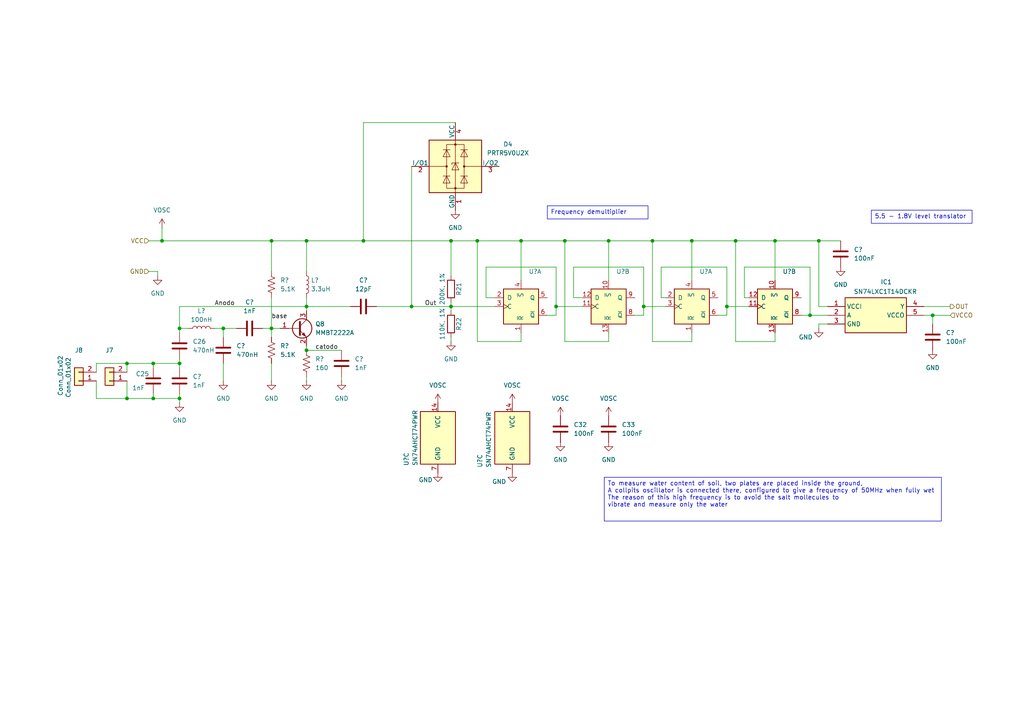
<source format=kicad_sch>
(kicad_sch (version 20250114) (generator "eeschema") (generator_version "9.0")
  (paper "A4")
  (title_block (title "Collpits oscillator") (date "2025-07-06") (rev "A"))
  (lib_symbols
    (symbol "74xx:74HC74" (pin_names (offset 1.016))
      (property "Reference" "U" (at -7.62 8.89 0))
      (property "Value" "74HC74" (at -7.62 -8.89 0))
      (symbol "74HC74_1_0"
        (pin input line (at -7.62 2.54 0) (length 2.54) (name "D") (number "2"))
        (pin input clock (at -7.62 0 0) (length 2.54) (name "C") (number "3"))
        (pin input line (at 0 7.62 270) (length 2.54) (name "~{S}") (number "4"))
        (pin input line (at 0 -7.62 90) (length 2.54) (name "~{R}") (number "1"))
        (pin output line (at 7.62 2.54 180) (length 2.54) (name "Q") (number "5"))
        (pin output line (at 7.62 -2.54 180) (length 2.54) (name "~{Q}") (number "6"))
      )
      (symbol "74HC74_1_1"
        (rectangle (start -5.08 5.08) (end 5.08 -5.08) (stroke (width 0.254)) (fill (type background)))
      )
      (symbol "74HC74_2_0"
        (pin input line (at -7.62 2.54 0) (length 2.54) (name "D") (number "12"))
        (pin input clock (at -7.62 0 0) (length 2.54) (name "C") (number "11"))
        (pin input line (at 0 7.62 270) (length 2.54) (name "~{S}") (number "10"))
        (pin input line (at 0 -7.62 90) (length 2.54) (name "~{R}") (number "13"))
        (pin output line (at 7.62 2.54 180) (length 2.54) (name "Q") (number "9"))
        (pin output line (at 7.62 -2.54 180) (length 2.54) (name "~{Q}") (number "8"))
      )
      (symbol "74HC74_2_1"
        (rectangle (start -5.08 5.08) (end 5.08 -5.08) (stroke (width 0.254)) (fill (type background)))
      )
      (symbol "74HC74_3_0"
        (pin power_in line (at 0 10.16 270) (length 2.54) (name "VCC") (number "14"))
        (pin power_in line (at 0 -10.16 90) (length 2.54) (name "GND") (number "7"))
      )
      (symbol "74HC74_3_1"
        (rectangle (start -5.08 7.62) (end 5.08 -7.62) (stroke (width 0.254)) (fill (type background)))
      )
    )
    (symbol "Connector_Generic:Conn_01x02" (pin_names (offset 1.016) (hide yes))
      (property "Reference" "J" (at 0 2.54 0))
      (property "Value" "Conn_01x02" (at 0 -5.08 0))
      (symbol "Conn_01x02_1_1"
        (rectangle (start -1.27 1.27) (end 1.27 -3.81) (stroke (width 0.254)) (fill (type background)))
        (rectangle (start -1.27 0.127) (end 0 -0.127) (stroke (width 0.1524)))
        (rectangle (start -1.27 -2.413) (end 0 -2.667) (stroke (width 0.1524)))
        (pin passive line (at -5.08 0 0) (length 3.81) (name "Pin_1") (number "1"))
        (pin passive line (at -5.08 -2.54 0) (length 3.81) (name "Pin_2") (number "2"))
      )
    )
    (symbol "Device:C" (pin_numbers (hide yes)) (pin_names (offset 0.254))
      (property "Reference" "C" (at 0.635 2.54 0))
      (property "Value" "C" (at 0.635 -2.54 0))
      (symbol "C_0_1"
        (polyline (pts (xy -2.032 0.762) (xy 2.032 0.762)) (stroke (width 0.508)))
        (polyline (pts (xy -2.032 -0.762) (xy 2.032 -0.762)) (stroke (width 0.508)))
      )
      (symbol "C_1_1"
        (pin passive line (at 0 3.81 270) (length 2.794) (name "~") (number "1"))
        (pin passive line (at 0 -3.81 90) (length 2.794) (name "~") (number "2"))
      )
    )
    (symbol "Device:L" (pin_numbers (hide yes)) (pin_names (offset 1.016) (hide yes))
      (property "Reference" "L" (at -1.27 0 90))
      (property "Value" "L" (at 1.905 0 90))
      (symbol "L_0_1"
        (arc (start 0 2.54) (mid 0.6323 1.905) (end 0 1.27))
        (arc (start 0 1.27) (mid 0.6323 0.635) (end 0 0))
        (arc (start 0 0) (mid 0.6323 -0.635) (end 0 -1.27))
        (arc (start 0 -1.27) (mid 0.6323 -1.905) (end 0 -2.54))
      )
      (symbol "L_1_1"
        (pin passive line (at 0 3.81 270) (length 1.27) (name "1") (number "1"))
        (pin passive line (at 0 -3.81 90) (length 1.27) (name "2") (number "2"))
      )
    )
    (symbol "Device:R" (pin_numbers (hide yes)) (pin_names (offset 0))
      (property "Reference" "R" (at 2.032 0 90))
      (property "Value" "R" (at 0 0 90))
      (symbol "R_0_1"
        (rectangle (start -1.016 -2.54) (end 1.016 2.54) (stroke (width 0.254)))
      )
      (symbol "R_1_1"
        (pin passive line (at 0 3.81 270) (length 1.27) (name "~") (number "1"))
        (pin passive line (at 0 -3.81 90) (length 1.27) (name "~") (number "2"))
      )
    )
    (symbol "Device:R_US" (pin_numbers (hide yes)) (pin_names (offset 0))
      (property "Reference" "R" (at 2.54 0 90))
      (property "Value" "R_US" (at -2.54 0 90))
      (symbol "R_US_0_1"
        (polyline (pts (xy 0 2.286) (xy 0 2.54)))
        (polyline (pts (xy 0 2.286) (xy 1.016 1.905) (xy 0 1.524) (xy -1.016 1.143) (xy 0 0.762)))
        (polyline (pts (xy 0 0.762) (xy 1.016 0.381) (xy 0 0) (xy -1.016 -0.381) (xy 0 -0.762)))
        (polyline (pts (xy 0 -0.762) (xy 1.016 -1.143) (xy 0 -1.524) (xy -1.016 -1.905) (xy 0 -2.286)))
        (polyline (pts (xy 0 -2.286) (xy 0 -2.54)))
      )
      (symbol "R_US_1_1"
        (pin passive line (at 0 3.81 270) (length 1.27) (name "~") (number "1"))
        (pin passive line (at 0 -3.81 90) (length 1.27) (name "~") (number "2"))
      )
    )
    (symbol "Power_Protection:PRTR5V0U2X" (pin_names (offset 0))
      (property "Reference" "D" (at 2.794 8.636 0))
      (property "Value" "PRTR5V0U2X" (at 8.128 -9.398 0))
      (symbol "PRTR5V0U2X_0_1"
        (rectangle (start -7.62 -7.62) (end 7.62 7.62) (stroke (width 0.254)) (fill (type background)))
        (polyline (pts (xy -3.556 2.794) (xy -1.524 2.794) (xy -2.54 4.826) (xy -3.556 2.794)))
        (polyline (pts (xy -3.556 -4.826) (xy -1.524 -4.826) (xy -2.54 -2.794) (xy -3.556 -4.826)))
        (rectangle (start -2.54 6.35) (end 2.54 -6.35))
        (circle (center -2.54 0) (radius 0.254) (fill (type outline)))
        (polyline (pts (xy -2.54 0) (xy -7.62 0)))
        (polyline (pts (xy -1.524 4.826) (xy -3.556 4.826)))
        (polyline (pts (xy -1.524 -2.794) (xy -3.556 -2.794)))
        (polyline (pts (xy -1.016 -1.016) (xy 1.016 -1.016) (xy 0 1.016) (xy -1.016 -1.016)))
        (circle (center 0 6.35) (radius 0.254) (fill (type outline)))
        (circle (center 0 -6.35) (radius 0.254) (fill (type outline)))
        (polyline (pts (xy 0 -7.62) (xy 0 7.62)))
        (polyline (pts (xy 1.016 1.016) (xy -1.016 1.016) (xy -1.016 0.508)))
        (polyline (pts (xy 1.524 4.826) (xy 3.556 4.826)))
        (polyline (pts (xy 1.524 -2.794) (xy 3.556 -2.794)))
        (polyline (pts (xy 2.54 0) (xy 7.62 0)))
        (circle (center 2.54 0) (radius 0.254) (fill (type outline)))
        (polyline (pts (xy 3.556 2.794) (xy 1.524 2.794) (xy 2.54 4.826) (xy 3.556 2.794)))
        (polyline (pts (xy 3.556 -4.826) (xy 1.524 -4.826) (xy 2.54 -2.794) (xy 3.556 -4.826)))
      )
      (symbol "PRTR5V0U2X_1_1"
        (pin passive line (at -12.7 0 0) (length 5.08) (name "I/O1") (number "2"))
        (pin passive line (at 0 12.7 270) (length 5.08) (name "VCC") (number "4"))
        (pin passive line (at 0 -12.7 90) (length 5.08) (name "GND") (number "1"))
        (pin passive line (at 12.7 0 180) (length 5.08) (name "I/O2") (number "3"))
      )
    )
    (symbol "Transistor_BJT:MMBT2222A" (pin_names (offset 0) (hide yes))
      (property "Reference" "Q" (at 5.08 1.905 0))
      (property "Value" "MMBT2222A" (at 5.08 0 0))
      (symbol "MMBT2222A_0_1"
        (polyline (pts (xy -2.54 0) (xy 0.635 0)))
        (polyline (pts (xy 0.635 1.905) (xy 0.635 -1.905)) (stroke (width 0.508)))
        (circle (center 1.27 0) (radius 2.8194) (stroke (width 0.254)))
      )
      (symbol "MMBT2222A_1_1"
        (polyline (pts (xy 0.635 0.635) (xy 2.54 2.54)))
        (polyline (pts (xy 0.635 -0.635) (xy 2.54 -2.54)))
        (polyline (pts (xy 1.27 -1.778) (xy 1.778 -1.27) (xy 2.286 -2.286) (xy 1.27 -1.778)) (fill (type outline)))
        (pin input line (at -5.08 0 0) (length 2.54) (name "B") (number "1"))
        (pin passive line (at 2.54 5.08 270) (length 2.54) (name "C") (number "3"))
        (pin passive line (at 2.54 -5.08 90) (length 2.54) (name "E") (number "2"))
      )
    )
    (symbol "level_translator:SN74LXC1T14DCKR"
      (property "Reference" "IC" (at 24.13 7.62 0))
      (property "Value" "SN74LXC1T14DCKR" (at 24.13 5.08 0))
      (symbol "SN74LXC1T14DCKR_1_1"
        (rectangle (start 5.08 2.54) (end 22.86 -7.62) (stroke (width 0.254)) (fill (type background)))
        (pin passive line (at 0 0 0) (length 5.08) (name "VCCI") (number "1"))
        (pin passive line (at 0 -2.54 0) (length 5.08) (name "A") (number "2"))
        (pin passive line (at 0 -5.08 0) (length 5.08) (name "GND") (number "3"))
        (pin passive line (at 27.94 0 180) (length 5.08) (name "Y") (number "4"))
        (pin passive line (at 27.94 -2.54 180) (length 5.08) (name "VCCO") (number "5"))
      )
    )
    (symbol "power:+BATT" (power) (pin_numbers (hide yes)) (pin_names (offset 0) (hide yes))
      (property "Value" "+BATT" (at 0 3.556 0))
      (symbol "+BATT_0_1"
        (polyline (pts (xy -0.762 1.27) (xy 0 2.54)))
        (polyline (pts (xy 0 2.54) (xy 0.762 1.27)))
        (polyline (pts (xy 0 0) (xy 0 2.54)))
      )
      (symbol "+BATT_1_1"
        (pin power_in line (at 0 0 90) (length 0) (name "~") (number "1"))
      )
    )
    (symbol "power:GND" (power) (pin_numbers (hide yes)) (pin_names (offset 0) (hide yes))
      (property "Value" "GND" (at 0 -3.81 0))
      (symbol "GND_0_1"
        (polyline (pts (xy 0 0) (xy 0 -1.27) (xy 1.27 -1.27) (xy 0 -2.54) (xy -1.27 -1.27) (xy 0 -1.27)))
      )
      (symbol "GND_1_1"
        (pin power_in line (at 0 0 270) (length 0) (name "~") (number "1"))
      )
    )
  )
  (text_box "5.5 - 1.8V level translator" (at 252.73 60.96 0) (size 29.21 3.81) (margins 0.9525 0.9525 0.9525 0.9525) (effects (font (size 1.27 1.27)) (justify left top)))
  (text_box "Frequency demultiplier" (at 158.75 59.69 0) (size 29.21 3.81) (margins 0.9525 0.9525 0.9525 0.9525) (effects (font (size 1.27 1.27)) (justify left top)))
  (text_box "To measure water content of soil, two plates are placed inside the ground,\nA collpits oscillator is connected there, configured to give a frequency of 50MHz when fully wet\nThe reason of this high frequency is to avoid the salt mollecules to\nvibrate and measure only the water" (at 175.26 138.43 0) (size 97.79 12.7) (margins 0.9525 0.9525 0.9525 0.9525) (effects (font (size 1.27 1.27)) (justify left top)))
  (junction (at 88.9 69.85))
  (junction (at 130.81 69.85))
  (junction (at 52.07 115.57))
  (junction (at 200.66 69.85))
  (junction (at 64.77 95.25))
  (junction (at 234.95 91.44))
  (junction (at 176.53 69.85))
  (junction (at 138.43 69.85))
  (junction (at 213.36 69.85))
  (junction (at 52.07 95.25))
  (junction (at 78.74 69.85))
  (junction (at 44.45 105.41))
  (junction (at 161.29 88.9))
  (junction (at 186.69 88.9))
  (junction (at 163.83 69.85))
  (junction (at 130.81 88.9))
  (junction (at 88.9 88.9))
  (junction (at 270.51 91.44))
  (junction (at 78.74 95.25))
  (junction (at 88.9 101.6))
  (junction (at 44.45 115.57))
  (junction (at 36.83 115.57))
  (junction (at 224.79 69.85))
  (junction (at 237.49 69.85))
  (junction (at 52.07 105.41))
  (junction (at 210.82 88.9))
  (junction (at 119.38 88.9))
  (junction (at 105.41 69.85))
  (junction (at 151.13 69.85))
  (junction (at 36.83 105.41))
  (junction (at 46.99 69.85))
  (junction (at 189.23 69.85))
  (wire (pts (xy 267.97 91.44) (xy 270.51 91.44)))
  (wire (pts (xy 138.43 69.85) (xy 130.81 69.85)))
  (wire (pts (xy 215.9 77.47) (xy 234.95 77.47)))
  (wire (pts (xy 166.37 77.47) (xy 166.37 86.36)))
  (wire (pts (xy 270.51 91.44) (xy 275.59 91.44)))
  (wire (pts (xy 119.38 48.26) (xy 119.38 88.9)))
  (wire (pts (xy 132.08 35.56) (xy 105.41 35.56)))
  (wire (pts (xy 52.07 105.41) (xy 52.07 106.68)))
  (wire (pts (xy 27.94 110.49) (xy 27.94 115.57)))
  (wire (pts (xy 161.29 77.47) (xy 140.97 77.47)))
  (wire (pts (xy 64.77 97.79) (xy 64.77 95.25)))
  (wire (pts (xy 151.13 69.85) (xy 138.43 69.85)))
  (wire (pts (xy 130.81 69.85) (xy 130.81 80.01)))
  (wire (pts (xy 243.84 69.85) (xy 237.49 69.85)))
  (wire (pts (xy 176.53 69.85) (xy 163.83 69.85)))
  (wire (pts (xy 130.81 88.9) (xy 143.51 88.9)))
  (wire (pts (xy 46.99 66.04) (xy 46.99 69.85)))
  (wire (pts (xy 105.41 69.85) (xy 88.9 69.85)))
  (wire (pts (xy 151.13 81.28) (xy 151.13 69.85)))
  (wire (pts (xy 237.49 93.98) (xy 237.49 95.25)))
  (wire (pts (xy 130.81 87.63) (xy 130.81 88.9)))
  (wire (pts (xy 109.22 88.9) (xy 119.38 88.9)))
  (wire (pts (xy 99.06 109.22) (xy 99.06 110.49)))
  (wire (pts (xy 200.66 69.85) (xy 213.36 69.85)))
  (wire (pts (xy 151.13 99.06) (xy 138.43 99.06)))
  (wire (pts (xy 76.2 95.25) (xy 78.74 95.25)))
  (wire (pts (xy 36.83 105.41) (xy 36.83 107.95)))
  (wire (pts (xy 210.82 88.9) (xy 210.82 77.47)))
  (wire (pts (xy 151.13 96.52) (xy 151.13 99.06)))
  (wire (pts (xy 210.82 77.47) (xy 191.77 77.47)))
  (wire (pts (xy 240.03 93.98) (xy 237.49 93.98)))
  (wire (pts (xy 27.94 115.57) (xy 36.83 115.57)))
  (wire (pts (xy 161.29 88.9) (xy 161.29 77.47)))
  (wire (pts (xy 36.83 110.49) (xy 36.83 115.57)))
  (wire (pts (xy 45.72 78.74) (xy 45.72 80.01)))
  (wire (pts (xy 52.07 115.57) (xy 52.07 116.84)))
  (wire (pts (xy 267.97 88.9) (xy 275.59 88.9)))
  (wire (pts (xy 105.41 35.56) (xy 105.41 69.85)))
  (wire (pts (xy 78.74 95.25) (xy 78.74 97.79)))
  (wire (pts (xy 200.66 81.28) (xy 200.66 69.85)))
  (wire (pts (xy 46.99 69.85) (xy 78.74 69.85)))
  (wire (pts (xy 237.49 69.85) (xy 237.49 88.9)))
  (wire (pts (xy 52.07 115.57) (xy 44.45 115.57)))
  (wire (pts (xy 176.53 96.52) (xy 176.53 99.06)))
  (wire (pts (xy 234.95 77.47) (xy 234.95 91.44)))
  (wire (pts (xy 43.18 78.74) (xy 45.72 78.74)))
  (wire (pts (xy 78.74 105.41) (xy 78.74 110.49)))
  (wire (pts (xy 224.79 69.85) (xy 237.49 69.85)))
  (wire (pts (xy 44.45 105.41) (xy 44.45 106.68)))
  (wire (pts (xy 52.07 105.41) (xy 44.45 105.41)))
  (wire (pts (xy 186.69 91.44) (xy 186.69 88.9)))
  (wire (pts (xy 184.15 91.44) (xy 186.69 91.44)))
  (wire (pts (xy 62.23 95.25) (xy 64.77 95.25)))
  (wire (pts (xy 161.29 88.9) (xy 168.91 88.9)))
  (wire (pts (xy 52.07 95.25) (xy 52.07 96.52)))
  (wire (pts (xy 78.74 69.85) (xy 78.74 78.74)))
  (wire (pts (xy 78.74 86.36) (xy 78.74 95.25)))
  (wire (pts (xy 161.29 91.44) (xy 161.29 88.9)))
  (wire (pts (xy 138.43 99.06) (xy 138.43 69.85)))
  (wire (pts (xy 189.23 99.06) (xy 189.23 69.85)))
  (wire (pts (xy 191.77 86.36) (xy 193.04 86.36)))
  (wire (pts (xy 200.66 96.52) (xy 200.66 99.06)))
  (wire (pts (xy 52.07 104.14) (xy 52.07 105.41)))
  (wire (pts (xy 44.45 115.57) (xy 44.45 114.3)))
  (wire (pts (xy 176.53 81.28) (xy 176.53 69.85)))
  (wire (pts (xy 217.17 86.36) (xy 215.9 86.36)))
  (wire (pts (xy 186.69 77.47) (xy 166.37 77.47)))
  (wire (pts (xy 224.79 99.06) (xy 213.36 99.06)))
  (wire (pts (xy 88.9 88.9) (xy 88.9 86.36)))
  (wire (pts (xy 166.37 86.36) (xy 168.91 86.36)))
  (wire (pts (xy 99.06 101.6) (xy 88.9 101.6)))
  (wire (pts (xy 119.38 88.9) (xy 130.81 88.9)))
  (wire (pts (xy 52.07 95.25) (xy 54.61 95.25)))
  (wire (pts (xy 78.74 95.25) (xy 81.28 95.25)))
  (wire (pts (xy 101.6 88.9) (xy 88.9 88.9)))
  (wire (pts (xy 44.45 105.41) (xy 36.83 105.41)))
  (wire (pts (xy 186.69 88.9) (xy 193.04 88.9)))
  (wire (pts (xy 140.97 77.47) (xy 140.97 86.36)))
  (wire (pts (xy 208.28 91.44) (xy 210.82 91.44)))
  (wire (pts (xy 213.36 99.06) (xy 213.36 69.85)))
  (wire (pts (xy 163.83 99.06) (xy 163.83 69.85)))
  (wire (pts (xy 88.9 109.22) (xy 88.9 110.49)))
  (wire (pts (xy 88.9 100.33) (xy 88.9 101.6)))
  (wire (pts (xy 130.81 69.85) (xy 105.41 69.85)))
  (wire (pts (xy 270.51 91.44) (xy 270.51 93.98)))
  (wire (pts (xy 237.49 88.9) (xy 240.03 88.9)))
  (wire (pts (xy 224.79 81.28) (xy 224.79 69.85)))
  (wire (pts (xy 52.07 88.9) (xy 52.07 95.25)))
  (wire (pts (xy 130.81 97.79) (xy 130.81 99.06)))
  (wire (pts (xy 224.79 96.52) (xy 224.79 99.06)))
  (wire (pts (xy 191.77 77.47) (xy 191.77 86.36)))
  (wire (pts (xy 234.95 91.44) (xy 232.41 91.44)))
  (wire (pts (xy 186.69 88.9) (xy 186.69 77.47)))
  (wire (pts (xy 64.77 105.41) (xy 64.77 110.49)))
  (wire (pts (xy 215.9 86.36) (xy 215.9 77.47)))
  (wire (pts (xy 213.36 69.85) (xy 224.79 69.85)))
  (wire (pts (xy 200.66 99.06) (xy 189.23 99.06)))
  (wire (pts (xy 140.97 86.36) (xy 143.51 86.36)))
  (wire (pts (xy 52.07 114.3) (xy 52.07 115.57)))
  (wire (pts (xy 189.23 69.85) (xy 176.53 69.85)))
  (wire (pts (xy 234.95 91.44) (xy 240.03 91.44)))
  (wire (pts (xy 27.94 105.41) (xy 27.94 107.95)))
  (wire (pts (xy 52.07 88.9) (xy 88.9 88.9)))
  (wire (pts (xy 163.83 69.85) (xy 151.13 69.85)))
  (wire (pts (xy 78.74 69.85) (xy 88.9 69.85)))
  (wire (pts (xy 36.83 105.41) (xy 27.94 105.41)))
  (wire (pts (xy 158.75 91.44) (xy 161.29 91.44)))
  (wire (pts (xy 43.18 69.85) (xy 46.99 69.85)))
  (wire (pts (xy 130.81 88.9) (xy 130.81 90.17)))
  (wire (pts (xy 64.77 95.25) (xy 68.58 95.25)))
  (wire (pts (xy 88.9 69.85) (xy 88.9 78.74)))
  (wire (pts (xy 210.82 88.9) (xy 217.17 88.9)))
  (wire (pts (xy 88.9 88.9) (xy 88.9 90.17)))
  (wire (pts (xy 176.53 99.06) (xy 163.83 99.06)))
  (wire (pts (xy 36.83 115.57) (xy 44.45 115.57)))
  (wire (pts (xy 189.23 69.85) (xy 200.66 69.85)))
  (wire (pts (xy 210.82 91.44) (xy 210.82 88.9)))
  (label "catodo" (at 91.44 101.6 0))
  (label "base" (at 78.74 92.71 0))
  (label "Out" (at 123.19 88.9 0))
  (label "Anodo" (at 62.23 88.9 0))
  (hierarchical_label "GND" (shape input) (at 43.18 78.74 180))
  (hierarchical_label "VCCO" (shape input) (at 275.59 91.44 0))
  (hierarchical_label "OUT" (shape output) (at 275.59 88.9 0))
  (hierarchical_label "VCC" (shape input) (at 43.18 69.85 180))
  (symbol (lib_id "power:GND") (at 270.51 101.6 0) (unit 1)
    (property "Reference" "#PWR?" (effects (hide yes)))
    (property "Value" "GND" (at 270.51 106.68 0))
    (property "Description" "Power symbol creates a global label with name \"GND\" , ground" (effects (hide yes)))
  )
  (symbol (lib_id "level_translator:SN74LXC1T14DCKR") (at 240.03 88.9 0) (unit 1)
    (property "Reference" "IC1" (at 257.048 81.788 0))
    (property "Value" "SN74LXC1T14DCKR" (at 256.794 84.582 0))
    (property "Footprint" "Package_TO_SOT_SMD:SOT-353_SC-70-5" (effects (hide yes)))
    (property "Datasheet" "https://www.ti.com/lit/gpn/sn74lxc1t14" (effects (hide yes)))
    (property "Description" "Voltage Level Translator Unidirectional 1 Circuit 1 Channel 420Mbps SC-70-5" (effects (hide yes)))
    (property "Height" "1.1" (effects (hide yes)))
    (property "Manufacturer_Name" "Texas Instruments" (effects (hide yes)))
    (property "Manufacturer_Part_Number" "SN74LXC1T14DCKR" (effects (hide yes)))
    (property "Mouser Part Number" "595-SN74LXC1T14DCKR" (effects (hide yes)))
    (property "Mouser Price/Stock" "https://www.mouser.co.uk/ProductDetail/Texas-Instruments/SN74LXC1T14DCKR?qs=tlsG%2FOw5FFhO0IEgLqYGiw%3D%3D" (effects (hide yes)))
    (property "Arrow Part Number" "SN74LXC1T14DCKR" (effects (hide yes)))
    (property "Arrow Price/Stock" "https://www.arrow.com/en/products/sn74lxc1t14dckr/texas-instruments?utm_currency=USD&region=nac" (effects (hide yes)))
  )
  (symbol (lib_id "74xx:74HC74") (at 127 127 0) (unit 3)
    (property "Reference" "U?" (at 117.856 135.128 90) (effects (justify left)))
    (property "Value" "SN74AHCT74PWR" (at 120.396 135.128 90) (effects (justify left)))
    (property "Footprint" "Package_SO:TSSOP-14_4.4x5mm_P0.65mm" (effects (hide yes)))
    (property "Datasheet" "https://www.ti.com/general/docs/suppproductinfo.tsp?distId=10&gotoUrl=https%3A%2F%2Fwww.ti.com%2Flit%2Fgpn%2Fsn74ahct74" (effects (hide yes)))
    (property "Description" "Dual D Flip-flop, Set & Reset" (effects (hide yes)))
  )
  (symbol (lib_id "power:GND") (at 176.53 128.27 0) (unit 1)
    (property "Reference" "#PWR091" (effects (hide yes)))
    (property "Value" "GND" (at 176.53 133.35 0))
    (property "Description" "Power symbol creates a global label with name \"GND\" , ground" (effects (hide yes)))
  )
  (symbol (lib_id "power:GND") (at 132.08 60.96 0) (unit 1)
    (property "Reference" "#PWR085" (effects (hide yes)))
    (property "Value" "GND" (at 132.08 66.04 0))
    (property "Description" "Power symbol creates a global label with name \"GND\" , ground" (effects (hide yes)))
  )
  (symbol (lib_id "74xx:74HC74") (at 224.79 88.9 0) (unit 2)
    (property "Reference" "U?" (at 226.9841 78.74 0) (effects (justify left)))
    (property "Value" "SN74AHCT74PWR" (effects (hide yes)))
    (property "Footprint" "Package_SO:TSSOP-14_4.4x5mm_P0.65mm" (effects (hide yes)))
    (property "Datasheet" "https://www.ti.com/general/docs/suppproductinfo.tsp?distId=10&gotoUrl=https%3A%2F%2Fwww.ti.com%2Flit%2Fgpn%2Fsn74ahct74" (effects (hide yes)))
    (property "Description" "Dual D Flip-flop, Set & Reset" (effects (hide yes)))
  )
  (symbol (lib_id "Device:C") (at 243.84 73.66 0) (unit 1)
    (property "Reference" "C?" (at 247.65 72.3899 0) (effects (justify left)))
    (property "Value" "100nF" (at 247.65 74.9299 0) (effects (justify left)))
    (property "Footprint" "Capacitor_SMD:C_0603_1608Metric" (effects (hide yes)))
    (property "Description" "Unpolarized capacitor" (effects (hide yes)))
  )
  (symbol (lib_id "power:GND") (at 78.74 110.49 0) (unit 1)
    (property "Reference" "#PWR?" (effects (hide yes)))
    (property "Value" "GND" (at 78.74 115.57 0))
    (property "Description" "Power symbol creates a global label with name \"GND\" , ground" (effects (hide yes)))
  )
  (symbol (lib_id "Device:C") (at 99.06 105.41 0) (unit 1)
    (property "Reference" "C?" (at 102.87 104.1399 0) (effects (justify left)))
    (property "Value" "1nF" (at 102.87 106.6799 0) (effects (justify left)))
    (property "Footprint" "Capacitor_SMD:C_0603_1608Metric" (effects (hide yes)))
    (property "Description" "Unpolarized capacitor" (effects (hide yes)))
    (property "Sim.Device" "C" (effects (hide yes)))
    (property "Sim.Pins" "1=+ 2=-" (effects (hide yes)))
  )
  (symbol (lib_id "Transistor_BJT:MMBT2222A") (at 86.36 95.25 0) (unit 1)
    (property "Reference" "Q8" (at 91.44 93.9799 0) (effects (justify left)))
    (property "Value" "MMBT2222A" (at 91.44 96.5199 0) (effects (justify left)))
    (property "Footprint" "Package_TO_SOT_SMD:SOT-23-3" (effects (hide yes)))
    (property "Datasheet" "https://assets.nexperia.com/documents/data-sheet/MMBT2222A.pdf" (effects (hide yes)))
    (property "Description" "600mA Ic, 40V Vce, NPN Transistor, SOT-23" (effects (hide yes)))
  )
  (symbol (lib_id "Device:C") (at 52.07 110.49 0) (unit 1)
    (property "Reference" "C?" (at 55.88 109.2199 0) (effects (justify left)))
    (property "Value" "1nF" (at 55.88 111.7599 0) (effects (justify left)))
    (property "Footprint" "Capacitor_SMD:C_0603_1608Metric" (effects (hide yes)))
    (property "Description" "Unpolarized capacitor" (effects (hide yes)))
    (property "Sim.Device" "C" (effects (hide yes)))
    (property "Sim.Pins" "1=+ 2=-" (effects (hide yes)))
  )
  (symbol (lib_id "Device:C") (at 44.45 110.49 0) (unit 1)
    (property "Reference" "C25" (at 39.37 108.458 0) (effects (justify left)))
    (property "Value" "1nF" (at 38.354 112.522 0) (effects (justify left)))
    (property "Footprint" "Footprint_lib:Moisture_cap" (effects (hide yes)))
    (property "Description" "Unpolarized capacitor" (effects (hide yes)))
    (property "Sim.Device" "C" (effects (hide yes)))
    (property "Sim.Pins" "1=+ 2=-" (effects (hide yes)))
  )
  (symbol (lib_id "Device:L") (at 58.42 95.25 90) (unit 1)
    (property "Reference" "L?" (at 58.42 90.17 90))
    (property "Value" "100nH" (at 58.42 92.71 90))
    (property "Footprint" "Inductor_SMD:L_0603_1608Metric" (effects (hide yes)))
    (property "Description" "Inductor" (effects (hide yes)))
  )
  (symbol (lib_id "Device:C") (at 72.39 95.25 90) (unit 1)
    (property "Reference" "C?" (at 72.39 87.63 90))
    (property "Value" "1nF" (at 72.39 90.17 90))
    (property "Footprint" "Capacitor_SMD:C_0603_1608Metric" (effects (hide yes)))
    (property "Description" "Unpolarized capacitor" (effects (hide yes)))
    (property "Sim.Device" "C" (effects (hide yes)))
    (property "Sim.Pins" "1=+ 2=-" (effects (hide yes)))
  )
  (symbol (lib_id "power:GND") (at 88.9 110.49 0) (unit 1)
    (property "Reference" "#PWR?" (effects (hide yes)))
    (property "Value" "GND" (at 88.9 115.57 0))
    (property "Description" "Power symbol creates a global label with name \"GND\" , ground" (effects (hide yes)))
  )
  (symbol (lib_id "74xx:74HC74") (at 151.13 88.9 0) (unit 1)
    (property "Reference" "U?" (at 153.3241 78.74 0) (effects (justify left)))
    (property "Value" "SN74AHCT74PWR" (effects (hide yes)))
    (property "Footprint" "Package_SO:TSSOP-14_4.4x5mm_P0.65mm" (effects (hide yes)))
    (property "Datasheet" "https://www.ti.com/general/docs/suppproductinfo.tsp?distId=10&gotoUrl=https%3A%2F%2Fwww.ti.com%2Flit%2Fgpn%2Fsn74ahct74" (effects (hide yes)))
    (property "Description" "Dual D Flip-flop, Set & Reset" (effects (hide yes)))
  )
  (symbol (lib_id "power:+BATT") (at 162.56 120.65 0) (mirror y) (unit 1)
    (property "Reference" "#PWR088" (effects (hide yes)))
    (property "Value" "VOSC" (at 162.56 115.57 0))
    (property "Description" "Power symbol creates a global label with name \"+BATT\"" (effects (hide yes)))
  )
  (symbol (lib_id "Device:R_US") (at 88.9 105.41 180) (unit 1)
    (property "Reference" "R?" (at 91.44 104.1399 0) (effects (justify right)))
    (property "Value" "160" (at 91.44 106.6799 0) (effects (justify right)))
    (property "Footprint" "Resistor_SMD:R_0603_1608Metric" (effects (hide yes)))
    (property "Description" "Resistor, US symbol" (effects (hide yes)))
  )
  (symbol (lib_id "power:GND") (at 52.07 116.84 0) (unit 1)
    (property "Reference" "#PWR?" (effects (hide yes)))
    (property "Value" "GND" (at 52.07 121.92 0))
    (property "Description" "Power symbol creates a global label with name \"GND\" , ground" (effects (hide yes)))
  )
  (symbol (lib_id "Device:C") (at 105.41 88.9 90) (unit 1)
    (property "Reference" "C?" (at 105.41 81.28 90))
    (property "Value" "12pF" (at 105.41 83.82 90))
    (property "Footprint" "Capacitor_SMD:C_0603_1608Metric" (effects (hide yes)))
    (property "Description" "Unpolarized capacitor" (effects (hide yes)))
    (property "Sim.Device" "C" (effects (hide yes)))
    (property "Sim.Pins" "1=+ 2=-" (effects (hide yes)))
  )
  (symbol (lib_id "Device:C") (at 270.51 97.79 0) (unit 1)
    (property "Reference" "C?" (at 274.32 96.5199 0) (effects (justify left)))
    (property "Value" "100nF" (at 274.32 99.0599 0) (effects (justify left)))
    (property "Footprint" "Capacitor_SMD:C_0603_1608Metric" (effects (hide yes)))
    (property "Description" "Unpolarized capacitor" (effects (hide yes)))
  )
  (symbol (lib_id "power:GND") (at 237.49 95.25 0) (unit 1)
    (property "Reference" "#PWR?" (effects (hide yes)))
    (property "Value" "GND" (at 233.68 97.79 0))
    (property "Description" "Power symbol creates a global label with name \"GND\" , ground" (effects (hide yes)))
  )
  (symbol (lib_id "power:+BATT") (at 127 116.84 0) (mirror y) (unit 1)
    (property "Reference" "#PWR?" (effects (hide yes)))
    (property "Value" "VOSC" (at 127 111.76 0))
    (property "Description" "Power symbol creates a global label with name \"+BATT\"" (effects (hide yes)))
  )
  (symbol (lib_id "power:+BATT") (at 46.99 66.04 0) (mirror y) (unit 1)
    (property "Reference" "#PWR?" (effects (hide yes)))
    (property "Value" "VOSC" (at 46.99 60.96 0))
    (property "Description" "Power symbol creates a global label with name \"+BATT\"" (effects (hide yes)))
  )
  (symbol (lib_id "Device:R_US") (at 78.74 82.55 180) (unit 1)
    (property "Reference" "R?" (at 81.28 81.2799 0) (effects (justify right)))
    (property "Value" "5.1K" (at 81.28 83.8199 0) (effects (justify right)))
    (property "Footprint" "Resistor_SMD:R_0603_1608Metric" (effects (hide yes)))
    (property "Description" "Resistor, US symbol" (effects (hide yes)))
  )
  (symbol (lib_id "Device:C") (at 64.77 101.6 0) (unit 1)
    (property "Reference" "C?" (at 68.58 100.3299 0) (effects (justify left)))
    (property "Value" "470nH" (at 68.58 102.8699 0) (effects (justify left)))
    (property "Footprint" "Capacitor_SMD:C_0603_1608Metric" (effects (hide yes)))
    (property "Description" "Unpolarized capacitor" (effects (hide yes)))
    (property "Sim.Device" "C" (effects (hide yes)))
    (property "Sim.Pins" "1=+ 2=-" (effects (hide yes)))
  )
  (symbol (lib_id "power:GND") (at 148.59 137.16 0) (unit 1)
    (property "Reference" "#PWR?" (effects (hide yes)))
    (property "Value" "GND" (at 144.78 139.7 0))
    (property "Description" "Power symbol creates a global label with name \"GND\" , ground" (effects (hide yes)))
  )
  (symbol (lib_id "74xx:74HC74") (at 176.53 88.9 0) (unit 2)
    (property "Reference" "U?" (at 178.7241 78.74 0) (effects (justify left)))
    (property "Value" "SN74AHCT74PWR" (effects (hide yes)))
    (property "Footprint" "Package_SO:TSSOP-14_4.4x5mm_P0.65mm" (effects (hide yes)))
    (property "Datasheet" "https://www.ti.com/general/docs/suppproductinfo.tsp?distId=10&gotoUrl=https%3A%2F%2Fwww.ti.com%2Flit%2Fgpn%2Fsn74ahct74" (effects (hide yes)))
    (property "Description" "Dual D Flip-flop, Set & Reset" (effects (hide yes)))
  )
  (symbol (lib_id "Power_Protection:PRTR5V0U2X") (at 132.08 48.26 0) (unit 1)
    (property "Reference" "D4" (at 147.32 41.8398 0))
    (property "Value" "PRTR5V0U2X" (at 147.32 44.3798 0))
    (property "Footprint" "Package_TO_SOT_SMD:SOT-143" (effects (hide yes)))
    (property "Datasheet" "https://assets.nexperia.com/documents/data-sheet/PRTR5V0U2X.pdf" (effects (hide yes)))
    (property "Description" "Ultra low capacitance double rail-to-rail ESD protection diode, SOT-143" (effects (hide yes)))
  )
  (symbol (lib_id "Device:C") (at 52.07 100.33 0) (unit 1)
    (property "Reference" "C26" (at 55.88 99.0599 0) (effects (justify left)))
    (property "Value" "470nH" (at 55.88 101.5999 0) (effects (justify left)))
    (property "Footprint" "Capacitor_SMD:C_0603_1608Metric" (effects (hide yes)))
    (property "Description" "Unpolarized capacitor" (effects (hide yes)))
    (property "Sim.Device" "C" (effects (hide yes)))
    (property "Sim.Pins" "1=+ 2=-" (effects (hide yes)))
  )
  (symbol (lib_id "Device:R_US") (at 78.74 101.6 180) (unit 1)
    (property "Reference" "R?" (at 81.28 100.3299 0) (effects (justify right)))
    (property "Value" "5.1K" (at 81.28 102.8699 0) (effects (justify right)))
    (property "Footprint" "Resistor_SMD:R_0603_1608Metric" (effects (hide yes)))
    (property "Description" "Resistor, US symbol" (effects (hide yes)))
  )
  (symbol (lib_id "Device:R") (at 130.81 93.98 180) (unit 1)
    (property "Reference" "R22" (at 133.096 93.98 90))
    (property "Value" "110K, 1%" (at 128.27 93.98 90))
    (property "Footprint" "Resistor_SMD:R_0603_1608Metric" (effects (hide yes)))
    (property "Description" "Resistor" (effects (hide yes)))
  )
  (symbol (lib_id "power:GND") (at 162.56 128.27 0) (unit 1)
    (property "Reference" "#PWR089" (effects (hide yes)))
    (property "Value" "GND" (at 162.56 133.35 0))
    (property "Description" "Power symbol creates a global label with name \"GND\" , ground" (effects (hide yes)))
  )
  (symbol (lib_id "Connector_Generic:Conn_01x02") (at 22.86 110.49 180) (unit 1)
    (property "Reference" "J8" (at 22.86 101.6 0))
    (property "Value" "Conn_01x02" (at 19.812 109.474 90))
    (property "Footprint" "Connector_PinHeader_2.54mm:PinHeader_1x02_P2.54mm_Vertical" (effects (hide yes)))
    (property "Description" "Generic connector, single row, 01x02, script generated (kicad-library-utils/schlib/autogen/connector/)" (effects (hide yes)))
  )
  (symbol (lib_id "power:GND") (at 127 137.16 0) (unit 1)
    (property "Reference" "#PWR?" (effects (hide yes)))
    (property "Value" "GND" (at 123.444 139.192 0))
    (property "Description" "Power symbol creates a global label with name \"GND\" , ground" (effects (hide yes)))
  )
  (symbol (lib_id "74xx:74HC74") (at 148.59 127 0) (unit 3)
    (property "Reference" "U?" (at 139.192 135.636 90) (effects (justify left)))
    (property "Value" "SN74AHCT74PWR" (at 141.732 135.636 90) (effects (justify left)))
    (property "Footprint" "Package_SO:TSSOP-14_4.4x5mm_P0.65mm" (effects (hide yes)))
    (property "Datasheet" "https://www.ti.com/general/docs/suppproductinfo.tsp?distId=10&gotoUrl=https%3A%2F%2Fwww.ti.com%2Flit%2Fgpn%2Fsn74ahct74" (effects (hide yes)))
    (property "Description" "Dual D Flip-flop, Set & Reset" (effects (hide yes)))
  )
  (symbol (lib_id "Device:C") (at 162.56 124.46 0) (unit 1)
    (property "Reference" "C32" (at 166.37 123.1899 0) (effects (justify left)))
    (property "Value" "100nF" (at 166.37 125.7299 0) (effects (justify left)))
    (property "Footprint" "Capacitor_SMD:C_0603_1608Metric" (effects (hide yes)))
    (property "Description" "Unpolarized capacitor" (effects (hide yes)))
  )
  (symbol (lib_id "74xx:74HC74") (at 200.66 88.9 0) (unit 1)
    (property "Reference" "U?" (at 202.8541 78.74 0) (effects (justify left)))
    (property "Value" "SN74AHCT74PWR" (effects (hide yes)))
    (property "Footprint" "Package_SO:TSSOP-14_4.4x5mm_P0.65mm" (effects (hide yes)))
    (property "Datasheet" "https://www.ti.com/general/docs/suppproductinfo.tsp?distId=10&gotoUrl=https%3A%2F%2Fwww.ti.com%2Flit%2Fgpn%2Fsn74ahct74" (effects (hide yes)))
    (property "Description" "Dual D Flip-flop, Set & Reset" (effects (hide yes)))
  )
  (symbol (lib_id "Connector_Generic:Conn_01x02") (at 31.75 110.49 180) (unit 1)
    (property "Reference" "J7" (at 31.75 101.6 0))
    (property "Value" "Conn_01x02" (at 17.526 108.966 90))
    (property "Footprint" "Connector_PinHeader_2.54mm:PinHeader_1x02_P2.54mm_Vertical" (effects (hide yes)))
    (property "Description" "Generic connector, single row, 01x02, script generated (kicad-library-utils/schlib/autogen/connector/)" (effects (hide yes)))
  )
  (symbol (lib_id "power:+BATT") (at 148.59 116.84 0) (mirror y) (unit 1)
    (property "Reference" "#PWR?" (effects (hide yes)))
    (property "Value" "VOSC" (at 148.59 111.76 0))
    (property "Description" "Power symbol creates a global label with name \"+BATT\"" (effects (hide yes)))
  )
  (symbol (lib_id "power:GND") (at 130.81 99.06 0) (unit 1)
    (property "Reference" "#PWR0101" (effects (hide yes)))
    (property "Value" "GND" (at 130.81 104.14 0))
    (property "Description" "Power symbol creates a global label with name \"GND\" , ground" (effects (hide yes)))
  )
  (symbol (lib_id "power:GND") (at 99.06 110.49 0) (unit 1)
    (property "Reference" "#PWR?" (effects (hide yes)))
    (property "Value" "GND" (at 99.06 115.57 0))
    (property "Description" "Power symbol creates a global label with name \"GND\" , ground" (effects (hide yes)))
  )
  (symbol (lib_id "Device:L") (at 88.9 82.55 0) (unit 1)
    (property "Reference" "L?" (at 90.17 81.2799 0) (effects (justify left)))
    (property "Value" "3.3uH" (at 90.17 83.8199 0) (effects (justify left)))
    (property "Footprint" "Inductor_SMD:L_0603_1608Metric" (effects (hide yes)))
    (property "Description" "Inductor" (effects (hide yes)))
  )
  (symbol (lib_id "power:GND") (at 64.77 110.49 0) (unit 1)
    (property "Reference" "#PWR?" (effects (hide yes)))
    (property "Value" "GND" (at 64.77 115.57 0))
    (property "Description" "Power symbol creates a global label with name \"GND\" , ground" (effects (hide yes)))
  )
  (symbol (lib_id "Device:C") (at 176.53 124.46 0) (unit 1)
    (property "Reference" "C33" (at 180.34 123.1899 0) (effects (justify left)))
    (property "Value" "100nF" (at 180.34 125.7299 0) (effects (justify left)))
    (property "Footprint" "Capacitor_SMD:C_0603_1608Metric" (effects (hide yes)))
    (property "Description" "Unpolarized capacitor" (effects (hide yes)))
  )
  (symbol (lib_id "power:GND") (at 243.84 77.47 0) (unit 1)
    (property "Reference" "#PWR?" (effects (hide yes)))
    (property "Value" "GND" (at 243.84 82.55 0))
    (property "Description" "Power symbol creates a global label with name \"GND\" , ground" (effects (hide yes)))
  )
  (symbol (lib_id "power:GND") (at 45.72 80.01 0) (unit 1)
    (property "Reference" "#PWR?" (effects (hide yes)))
    (property "Value" "GND" (at 45.72 85.09 0))
    (property "Description" "Power symbol creates a global label with name \"GND\" , ground" (effects (hide yes)))
  )
  (symbol (lib_id "Device:R") (at 130.81 83.82 180) (unit 1)
    (property "Reference" "R21" (at 133.096 83.82 90))
    (property "Value" "200K, 1%" (at 128.27 83.82 90))
    (property "Footprint" "Resistor_SMD:R_0603_1608Metric" (effects (hide yes)))
    (property "Description" "Resistor" (effects (hide yes)))
  )
  (symbol (lib_id "power:+BATT") (at 176.53 120.65 0) (mirror y) (unit 1)
    (property "Reference" "#PWR090" (effects (hide yes)))
    (property "Value" "VOSC" (at 176.53 115.57 0))
    (property "Description" "Power symbol creates a global label with name \"+BATT\"" (effects (hide yes)))
  )
)
</source>
